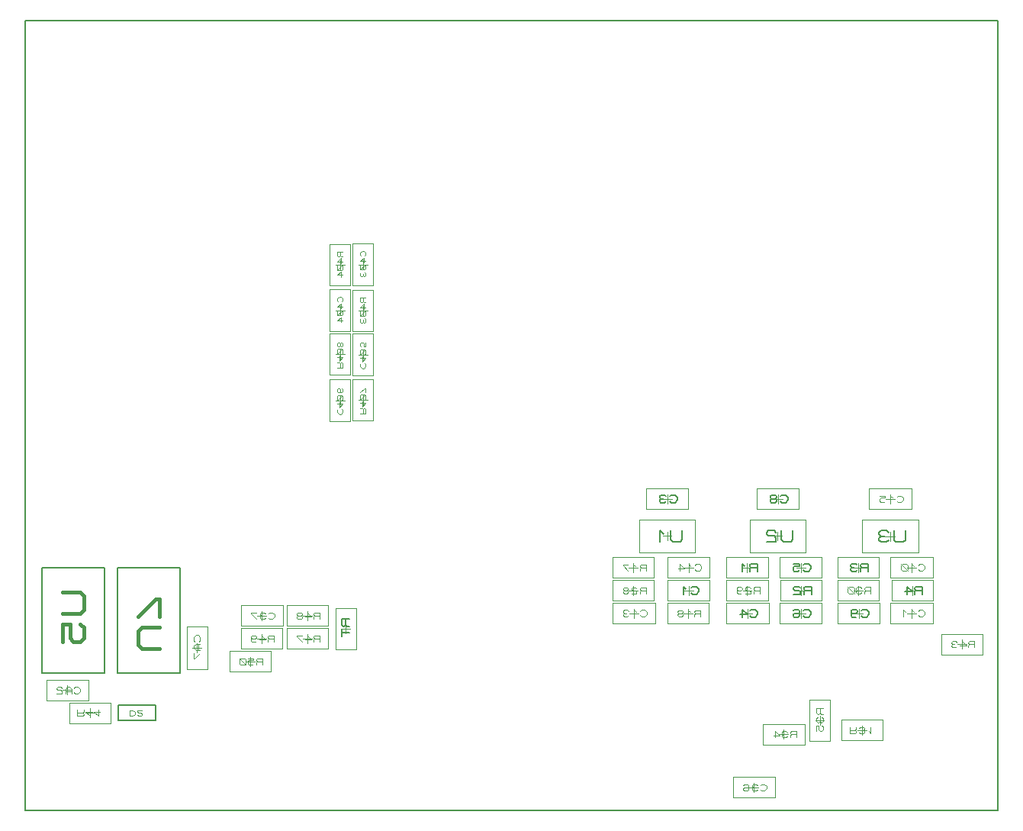
<source format=gbr>
G04 PROTEUS GERBER X2 FILE*
%TF.GenerationSoftware,Labcenter,Proteus,8.7-SP3-Build25561*%
%TF.CreationDate,2021-06-30T06:14:37+00:00*%
%TF.FileFunction,AssemblyDrawing,Bot*%
%TF.FilePolarity,Positive*%
%TF.Part,Single*%
%TF.SameCoordinates,{77f9167f-24a0-473a-9e88-04ab24b8f88e}*%
%FSLAX45Y45*%
%MOMM*%
G01*
%TA.AperFunction,Profile*%
%ADD41C,0.203200*%
%TA.AperFunction,Material*%
%ADD116C,0.050000*%
%ADD130C,0.095000*%
%ADD124C,0.093000*%
%ADD44C,0.203200*%
%ADD114C,0.389040*%
%ADD121C,0.118750*%
%ADD138C,0.208330*%
%ADD123C,0.141000*%
%ADD117C,0.116250*%
%ADD139C,0.100580*%
%TD.AperFunction*%
D41*
X-1079500Y-6413500D02*
X+9715500Y-6413500D01*
X+9715500Y+2349500D01*
X-1079500Y+2349500D01*
X-1079500Y-6413500D01*
D116*
X+2528000Y-631000D02*
X+2528000Y-1101000D01*
X+2298000Y-1101000D01*
X+2298000Y-631000D01*
X+2528000Y-631000D01*
X+2363000Y-866000D02*
X+2463000Y-866000D01*
X+2413000Y-916000D02*
X+2413000Y-816000D01*
D130*
X+2432000Y-771000D02*
X+2441500Y-761500D01*
X+2441500Y-733000D01*
X+2422500Y-714000D01*
X+2403500Y-714000D01*
X+2384500Y-733000D01*
X+2384500Y-761500D01*
X+2394000Y-771000D01*
X+2422500Y-847000D02*
X+2422500Y-790000D01*
X+2384500Y-828000D01*
X+2441500Y-828000D01*
X+2432000Y-866000D02*
X+2394000Y-866000D01*
X+2384500Y-875500D01*
X+2384500Y-913500D01*
X+2394000Y-923000D01*
X+2432000Y-923000D01*
X+2441500Y-913500D01*
X+2441500Y-875500D01*
X+2432000Y-866000D01*
X+2441500Y-866000D02*
X+2384500Y-923000D01*
X+2422500Y-999000D02*
X+2422500Y-942000D01*
X+2384500Y-980000D01*
X+2441500Y-980000D01*
D116*
X+2528000Y-133000D02*
X+2528000Y-593000D01*
X+2298000Y-593000D01*
X+2298000Y-133000D01*
X+2528000Y-133000D01*
X+2363000Y-363000D02*
X+2463000Y-363000D01*
X+2413000Y-413000D02*
X+2413000Y-313000D01*
D124*
X+2440900Y-214200D02*
X+2385100Y-214200D01*
X+2385100Y-260700D01*
X+2394400Y-270000D01*
X+2403700Y-270000D01*
X+2413000Y-260700D01*
X+2413000Y-214200D01*
X+2413000Y-260700D02*
X+2422300Y-270000D01*
X+2440900Y-270000D01*
X+2422300Y-344400D02*
X+2422300Y-288600D01*
X+2385100Y-325800D01*
X+2440900Y-325800D01*
X+2431600Y-363000D02*
X+2394400Y-363000D01*
X+2385100Y-372300D01*
X+2385100Y-409500D01*
X+2394400Y-418800D01*
X+2431600Y-418800D01*
X+2440900Y-409500D01*
X+2440900Y-372300D01*
X+2431600Y-363000D01*
X+2440900Y-363000D02*
X+2385100Y-418800D01*
X+2422300Y-493200D02*
X+2422300Y-437400D01*
X+2385100Y-474600D01*
X+2440900Y-474600D01*
D116*
X+2782000Y-123000D02*
X+2782000Y-593000D01*
X+2552000Y-593000D01*
X+2552000Y-123000D01*
X+2782000Y-123000D01*
X+2617000Y-358000D02*
X+2717000Y-358000D01*
X+2667000Y-408000D02*
X+2667000Y-308000D01*
D130*
X+2686000Y-263000D02*
X+2695500Y-253500D01*
X+2695500Y-225000D01*
X+2676500Y-206000D01*
X+2657500Y-206000D01*
X+2638500Y-225000D01*
X+2638500Y-253500D01*
X+2648000Y-263000D01*
X+2676500Y-339000D02*
X+2676500Y-282000D01*
X+2638500Y-320000D01*
X+2695500Y-320000D01*
X+2686000Y-358000D02*
X+2648000Y-358000D01*
X+2638500Y-367500D01*
X+2638500Y-405500D01*
X+2648000Y-415000D01*
X+2686000Y-415000D01*
X+2695500Y-405500D01*
X+2695500Y-367500D01*
X+2686000Y-358000D01*
X+2695500Y-358000D02*
X+2638500Y-415000D01*
X+2648000Y-443500D02*
X+2638500Y-453000D01*
X+2638500Y-481500D01*
X+2648000Y-491000D01*
X+2657500Y-491000D01*
X+2667000Y-481500D01*
X+2676500Y-491000D01*
X+2686000Y-491000D01*
X+2695500Y-481500D01*
X+2695500Y-453000D01*
X+2686000Y-443500D01*
X+2667000Y-462500D02*
X+2667000Y-481500D01*
D116*
X+2782000Y-641000D02*
X+2782000Y-1101000D01*
X+2552000Y-1101000D01*
X+2552000Y-641000D01*
X+2782000Y-641000D01*
X+2617000Y-871000D02*
X+2717000Y-871000D01*
X+2667000Y-921000D02*
X+2667000Y-821000D01*
D124*
X+2694900Y-722200D02*
X+2639100Y-722200D01*
X+2639100Y-768700D01*
X+2648400Y-778000D01*
X+2657700Y-778000D01*
X+2667000Y-768700D01*
X+2667000Y-722200D01*
X+2667000Y-768700D02*
X+2676300Y-778000D01*
X+2694900Y-778000D01*
X+2676300Y-852400D02*
X+2676300Y-796600D01*
X+2639100Y-833800D01*
X+2694900Y-833800D01*
X+2685600Y-871000D02*
X+2648400Y-871000D01*
X+2639100Y-880300D01*
X+2639100Y-917500D01*
X+2648400Y-926800D01*
X+2685600Y-926800D01*
X+2694900Y-917500D01*
X+2694900Y-880300D01*
X+2685600Y-871000D01*
X+2694900Y-871000D02*
X+2639100Y-926800D01*
X+2648400Y-954700D02*
X+2639100Y-964000D01*
X+2639100Y-991900D01*
X+2648400Y-1001200D01*
X+2657700Y-1001200D01*
X+2667000Y-991900D01*
X+2676300Y-1001200D01*
X+2685600Y-1001200D01*
X+2694900Y-991900D01*
X+2694900Y-964000D01*
X+2685600Y-954700D01*
X+2667000Y-973300D02*
X+2667000Y-991900D01*
D44*
X-895350Y-4889500D02*
X-196850Y-4889500D01*
X-196850Y-3722370D01*
X-895350Y-3722370D01*
X-895350Y-4889500D01*
D114*
X-662813Y-3994701D02*
X-468291Y-3994701D01*
X-429387Y-4033605D01*
X-429387Y-4189222D01*
X-468291Y-4228126D01*
X-662813Y-4228126D01*
X-662813Y-4539360D02*
X-662813Y-4344839D01*
X-585004Y-4344839D01*
X-585004Y-4500456D01*
X-546100Y-4539360D01*
X-468291Y-4539360D01*
X-429387Y-4500456D01*
X-429387Y-4383743D01*
X-468291Y-4344839D01*
D44*
X-57150Y-4889500D02*
X+641350Y-4889500D01*
X+641350Y-3722370D01*
X-57150Y-3722370D01*
X-57150Y-4889500D01*
D114*
X+408813Y-4617169D02*
X+214291Y-4617169D01*
X+175387Y-4578265D01*
X+175387Y-4422648D01*
X+214291Y-4383744D01*
X+408813Y-4383744D01*
X+408813Y-4267031D02*
X+408813Y-4072510D01*
X+369909Y-4072510D01*
X+175387Y-4267031D01*
D116*
X-377000Y-5195000D02*
X-847000Y-5195000D01*
X-847000Y-4965000D01*
X-377000Y-4965000D01*
X-377000Y-5195000D01*
X-612000Y-5030000D02*
X-612000Y-5130000D01*
X-662000Y-5080000D02*
X-562000Y-5080000D01*
D121*
X-540750Y-5103750D02*
X-528875Y-5115625D01*
X-493250Y-5115625D01*
X-469500Y-5091875D01*
X-469500Y-5068125D01*
X-493250Y-5044375D01*
X-528875Y-5044375D01*
X-540750Y-5056250D01*
X-564500Y-5115625D02*
X-564500Y-5068125D01*
X-588250Y-5044375D01*
X-612000Y-5044375D01*
X-635750Y-5068125D01*
X-635750Y-5115625D01*
X-564500Y-5091875D02*
X-635750Y-5091875D01*
X-671375Y-5056250D02*
X-683250Y-5044375D01*
X-718875Y-5044375D01*
X-730750Y-5056250D01*
X-730750Y-5068125D01*
X-718875Y-5080000D01*
X-683250Y-5080000D01*
X-671375Y-5091875D01*
X-671375Y-5115625D01*
X-730750Y-5115625D01*
D116*
X+710500Y-4847500D02*
X+710500Y-4377500D01*
X+940500Y-4377500D01*
X+940500Y-4847500D01*
X+710500Y-4847500D01*
X+875500Y-4612500D02*
X+775500Y-4612500D01*
X+825500Y-4562500D02*
X+825500Y-4662500D01*
D121*
X+849250Y-4541250D02*
X+861125Y-4529375D01*
X+861125Y-4493750D01*
X+837375Y-4470000D01*
X+813625Y-4470000D01*
X+789875Y-4493750D01*
X+789875Y-4529375D01*
X+801750Y-4541250D01*
X+861125Y-4565000D02*
X+813625Y-4565000D01*
X+789875Y-4588750D01*
X+789875Y-4612500D01*
X+813625Y-4636250D01*
X+861125Y-4636250D01*
X+837375Y-4565000D02*
X+837375Y-4636250D01*
X+789875Y-4671875D02*
X+789875Y-4731250D01*
X+801750Y-4731250D01*
X+861125Y-4671875D01*
D116*
X+2782000Y-1121500D02*
X+2782000Y-1591500D01*
X+2552000Y-1591500D01*
X+2552000Y-1121500D01*
X+2782000Y-1121500D01*
X+2617000Y-1356500D02*
X+2717000Y-1356500D01*
X+2667000Y-1406500D02*
X+2667000Y-1306500D01*
D130*
X+2648000Y-1451500D02*
X+2638500Y-1461000D01*
X+2638500Y-1489500D01*
X+2657500Y-1508500D01*
X+2676500Y-1508500D01*
X+2695500Y-1489500D01*
X+2695500Y-1461000D01*
X+2686000Y-1451500D01*
X+2657500Y-1375500D02*
X+2657500Y-1432500D01*
X+2695500Y-1394500D01*
X+2638500Y-1394500D01*
X+2648000Y-1356500D02*
X+2686000Y-1356500D01*
X+2695500Y-1347000D01*
X+2695500Y-1309000D01*
X+2686000Y-1299500D01*
X+2648000Y-1299500D01*
X+2638500Y-1309000D01*
X+2638500Y-1347000D01*
X+2648000Y-1356500D01*
X+2638500Y-1356500D02*
X+2695500Y-1299500D01*
X+2695500Y-1223500D02*
X+2695500Y-1271000D01*
X+2676500Y-1271000D01*
X+2676500Y-1233000D01*
X+2667000Y-1223500D01*
X+2648000Y-1223500D01*
X+2638500Y-1233000D01*
X+2638500Y-1261500D01*
X+2648000Y-1271000D01*
D116*
X+2528000Y-1629500D02*
X+2528000Y-2099500D01*
X+2298000Y-2099500D01*
X+2298000Y-1629500D01*
X+2528000Y-1629500D01*
X+2363000Y-1864500D02*
X+2463000Y-1864500D01*
X+2413000Y-1914500D02*
X+2413000Y-1814500D01*
D130*
X+2394000Y-1959500D02*
X+2384500Y-1969000D01*
X+2384500Y-1997500D01*
X+2403500Y-2016500D01*
X+2422500Y-2016500D01*
X+2441500Y-1997500D01*
X+2441500Y-1969000D01*
X+2432000Y-1959500D01*
X+2403500Y-1883500D02*
X+2403500Y-1940500D01*
X+2441500Y-1902500D01*
X+2384500Y-1902500D01*
X+2394000Y-1864500D02*
X+2432000Y-1864500D01*
X+2441500Y-1855000D01*
X+2441500Y-1817000D01*
X+2432000Y-1807500D01*
X+2394000Y-1807500D01*
X+2384500Y-1817000D01*
X+2384500Y-1855000D01*
X+2394000Y-1864500D01*
X+2384500Y-1864500D02*
X+2441500Y-1807500D01*
X+2432000Y-1731500D02*
X+2441500Y-1741000D01*
X+2441500Y-1769500D01*
X+2432000Y-1779000D01*
X+2394000Y-1779000D01*
X+2384500Y-1769500D01*
X+2384500Y-1741000D01*
X+2394000Y-1731500D01*
X+2403500Y-1731500D01*
X+2413000Y-1741000D01*
X+2413000Y-1779000D01*
D116*
X+2782000Y-1629500D02*
X+2782000Y-2089500D01*
X+2552000Y-2089500D01*
X+2552000Y-1629500D01*
X+2782000Y-1629500D01*
X+2617000Y-1859500D02*
X+2717000Y-1859500D01*
X+2667000Y-1909500D02*
X+2667000Y-1809500D01*
D124*
X+2639100Y-2008300D02*
X+2694900Y-2008300D01*
X+2694900Y-1961800D01*
X+2685600Y-1952500D01*
X+2676300Y-1952500D01*
X+2667000Y-1961800D01*
X+2667000Y-2008300D01*
X+2667000Y-1961800D02*
X+2657700Y-1952500D01*
X+2639100Y-1952500D01*
X+2657700Y-1878100D02*
X+2657700Y-1933900D01*
X+2694900Y-1896700D01*
X+2639100Y-1896700D01*
X+2648400Y-1859500D02*
X+2685600Y-1859500D01*
X+2694900Y-1850200D01*
X+2694900Y-1813000D01*
X+2685600Y-1803700D01*
X+2648400Y-1803700D01*
X+2639100Y-1813000D01*
X+2639100Y-1850200D01*
X+2648400Y-1859500D01*
X+2639100Y-1859500D02*
X+2694900Y-1803700D01*
X+2694900Y-1775800D02*
X+2694900Y-1729300D01*
X+2685600Y-1729300D01*
X+2639100Y-1775800D01*
D116*
X+2528000Y-1121500D02*
X+2528000Y-1581500D01*
X+2298000Y-1581500D01*
X+2298000Y-1121500D01*
X+2528000Y-1121500D01*
X+2363000Y-1351500D02*
X+2463000Y-1351500D01*
X+2413000Y-1401500D02*
X+2413000Y-1301500D01*
D124*
X+2385100Y-1500300D02*
X+2440900Y-1500300D01*
X+2440900Y-1453800D01*
X+2431600Y-1444500D01*
X+2422300Y-1444500D01*
X+2413000Y-1453800D01*
X+2413000Y-1500300D01*
X+2413000Y-1453800D02*
X+2403700Y-1444500D01*
X+2385100Y-1444500D01*
X+2403700Y-1370100D02*
X+2403700Y-1425900D01*
X+2440900Y-1388700D01*
X+2385100Y-1388700D01*
X+2394400Y-1351500D02*
X+2431600Y-1351500D01*
X+2440900Y-1342200D01*
X+2440900Y-1305000D01*
X+2431600Y-1295700D01*
X+2394400Y-1295700D01*
X+2385100Y-1305000D01*
X+2385100Y-1342200D01*
X+2394400Y-1351500D01*
X+2385100Y-1351500D02*
X+2440900Y-1295700D01*
X+2413000Y-1258500D02*
X+2422300Y-1267800D01*
X+2431600Y-1267800D01*
X+2440900Y-1258500D01*
X+2440900Y-1230600D01*
X+2431600Y-1221300D01*
X+2422300Y-1221300D01*
X+2413000Y-1230600D01*
X+2413000Y-1258500D01*
X+2403700Y-1267800D01*
X+2394400Y-1267800D01*
X+2385100Y-1258500D01*
X+2385100Y-1230600D01*
X+2394400Y-1221300D01*
X+2403700Y-1221300D01*
X+2413000Y-1230600D01*
D116*
X+6354000Y-3550902D02*
X+5734000Y-3550902D01*
X+5734000Y-3190902D01*
X+6354000Y-3190902D01*
X+6354000Y-3550902D01*
X+6044000Y-3320902D02*
X+6044000Y-3420902D01*
X+5994000Y-3370902D02*
X+6094000Y-3370902D01*
D138*
X+6210666Y-3308402D02*
X+6210666Y-3412569D01*
X+6189833Y-3433402D01*
X+6106500Y-3433402D01*
X+6085667Y-3412569D01*
X+6085667Y-3308402D01*
X+6002334Y-3350069D02*
X+5960667Y-3308402D01*
X+5960667Y-3433402D01*
D116*
X+7581107Y-3550533D02*
X+6961107Y-3550533D01*
X+6961107Y-3190533D01*
X+7581107Y-3190533D01*
X+7581107Y-3550533D01*
X+7271107Y-3320533D02*
X+7271107Y-3420533D01*
X+7221107Y-3370533D02*
X+7321107Y-3370533D01*
D138*
X+7437773Y-3308033D02*
X+7437773Y-3412200D01*
X+7416940Y-3433033D01*
X+7333607Y-3433033D01*
X+7312774Y-3412200D01*
X+7312774Y-3308033D01*
X+7250274Y-3328866D02*
X+7229441Y-3308033D01*
X+7166941Y-3308033D01*
X+7146108Y-3328866D01*
X+7146108Y-3349700D01*
X+7166941Y-3370533D01*
X+7229441Y-3370533D01*
X+7250274Y-3391366D01*
X+7250274Y-3433033D01*
X+7146108Y-3433033D01*
D116*
X+8830869Y-3552033D02*
X+8210869Y-3552033D01*
X+8210869Y-3192033D01*
X+8830869Y-3192033D01*
X+8830869Y-3552033D01*
X+8520869Y-3322033D02*
X+8520869Y-3422033D01*
X+8470869Y-3372033D02*
X+8570869Y-3372033D01*
D138*
X+8687535Y-3309533D02*
X+8687535Y-3413700D01*
X+8666702Y-3434533D01*
X+8583369Y-3434533D01*
X+8562536Y-3413700D01*
X+8562536Y-3309533D01*
X+8500036Y-3330366D02*
X+8479203Y-3309533D01*
X+8416703Y-3309533D01*
X+8395870Y-3330366D01*
X+8395870Y-3351200D01*
X+8416703Y-3372033D01*
X+8395870Y-3392866D01*
X+8395870Y-3413700D01*
X+8416703Y-3434533D01*
X+8479203Y-3434533D01*
X+8500036Y-3413700D01*
X+8458370Y-3372033D02*
X+8416703Y-3372033D01*
D116*
X+6280500Y-3072402D02*
X+5810500Y-3072402D01*
X+5810500Y-2842402D01*
X+6280500Y-2842402D01*
X+6280500Y-3072402D01*
X+6045500Y-2907402D02*
X+6045500Y-3007402D01*
X+5995500Y-2957402D02*
X+6095500Y-2957402D01*
D123*
X+6073700Y-2985602D02*
X+6087800Y-2999702D01*
X+6130100Y-2999702D01*
X+6158300Y-2971502D01*
X+6158300Y-2943302D01*
X+6130100Y-2915102D01*
X+6087800Y-2915102D01*
X+6073700Y-2929202D01*
X+6031400Y-2929202D02*
X+6017300Y-2915102D01*
X+5975000Y-2915102D01*
X+5960900Y-2929202D01*
X+5960900Y-2943302D01*
X+5975000Y-2957402D01*
X+5960900Y-2971502D01*
X+5960900Y-2985602D01*
X+5975000Y-2999702D01*
X+6017300Y-2999702D01*
X+6031400Y-2985602D01*
X+6003200Y-2957402D02*
X+5975000Y-2957402D01*
D116*
X+7507607Y-3072033D02*
X+7037607Y-3072033D01*
X+7037607Y-2842033D01*
X+7507607Y-2842033D01*
X+7507607Y-3072033D01*
X+7272607Y-2907033D02*
X+7272607Y-3007033D01*
X+7222607Y-2957033D02*
X+7322607Y-2957033D01*
D123*
X+7300807Y-2985233D02*
X+7314907Y-2999333D01*
X+7357207Y-2999333D01*
X+7385407Y-2971133D01*
X+7385407Y-2942933D01*
X+7357207Y-2914733D01*
X+7314907Y-2914733D01*
X+7300807Y-2928833D01*
X+7244407Y-2957033D02*
X+7258507Y-2942933D01*
X+7258507Y-2928833D01*
X+7244407Y-2914733D01*
X+7202107Y-2914733D01*
X+7188007Y-2928833D01*
X+7188007Y-2942933D01*
X+7202107Y-2957033D01*
X+7244407Y-2957033D01*
X+7258507Y-2971133D01*
X+7258507Y-2985233D01*
X+7244407Y-2999333D01*
X+7202107Y-2999333D01*
X+7188007Y-2985233D01*
X+7188007Y-2971133D01*
X+7202107Y-2957033D01*
D116*
X+8757369Y-3073533D02*
X+8287369Y-3073533D01*
X+8287369Y-2843533D01*
X+8757369Y-2843533D01*
X+8757369Y-3073533D01*
X+8522369Y-2908533D02*
X+8522369Y-3008533D01*
X+8472369Y-2958533D02*
X+8572369Y-2958533D01*
D121*
X+8593619Y-2982283D02*
X+8605494Y-2994158D01*
X+8641119Y-2994158D01*
X+8664869Y-2970408D01*
X+8664869Y-2946658D01*
X+8641119Y-2922908D01*
X+8605494Y-2922908D01*
X+8593619Y-2934783D01*
X+8546119Y-2946658D02*
X+8522369Y-2922908D01*
X+8522369Y-2994158D01*
X+8403619Y-2922908D02*
X+8462994Y-2922908D01*
X+8462994Y-2946658D01*
X+8415494Y-2946658D01*
X+8403619Y-2958533D01*
X+8403619Y-2982283D01*
X+8415494Y-2994158D01*
X+8451119Y-2994158D01*
X+8462994Y-2982283D01*
D116*
X+6517000Y-3834402D02*
X+6047000Y-3834402D01*
X+6047000Y-3604402D01*
X+6517000Y-3604402D01*
X+6517000Y-3834402D01*
X+6282000Y-3669402D02*
X+6282000Y-3769402D01*
X+6232000Y-3719402D02*
X+6332000Y-3719402D01*
D121*
X+6353250Y-3743152D02*
X+6365125Y-3755027D01*
X+6400750Y-3755027D01*
X+6424500Y-3731277D01*
X+6424500Y-3707527D01*
X+6400750Y-3683777D01*
X+6365125Y-3683777D01*
X+6353250Y-3695652D01*
X+6305750Y-3707527D02*
X+6282000Y-3683777D01*
X+6282000Y-3755027D01*
X+6163250Y-3731277D02*
X+6234500Y-3731277D01*
X+6187000Y-3683777D01*
X+6187000Y-3755027D01*
D116*
X+7761607Y-3834033D02*
X+7291607Y-3834033D01*
X+7291607Y-3604033D01*
X+7761607Y-3604033D01*
X+7761607Y-3834033D01*
X+7526607Y-3669033D02*
X+7526607Y-3769033D01*
X+7476607Y-3719033D02*
X+7576607Y-3719033D01*
D123*
X+7554807Y-3747233D02*
X+7568907Y-3761333D01*
X+7611207Y-3761333D01*
X+7639407Y-3733133D01*
X+7639407Y-3704933D01*
X+7611207Y-3676733D01*
X+7568907Y-3676733D01*
X+7554807Y-3690833D01*
X+7442007Y-3676733D02*
X+7512507Y-3676733D01*
X+7512507Y-3704933D01*
X+7456107Y-3704933D01*
X+7442007Y-3719033D01*
X+7442007Y-3747233D01*
X+7456107Y-3761333D01*
X+7498407Y-3761333D01*
X+7512507Y-3747233D01*
D116*
X+8993869Y-3834033D02*
X+8523869Y-3834033D01*
X+8523869Y-3604033D01*
X+8993869Y-3604033D01*
X+8993869Y-3834033D01*
X+8758869Y-3669033D02*
X+8758869Y-3769033D01*
X+8708869Y-3719033D02*
X+8808869Y-3719033D01*
D121*
X+8830119Y-3742783D02*
X+8841994Y-3754658D01*
X+8877619Y-3754658D01*
X+8901369Y-3730908D01*
X+8901369Y-3707158D01*
X+8877619Y-3683408D01*
X+8841994Y-3683408D01*
X+8830119Y-3695283D01*
X+8782619Y-3707158D02*
X+8758869Y-3683408D01*
X+8758869Y-3754658D01*
X+8711369Y-3742783D02*
X+8711369Y-3695283D01*
X+8699494Y-3683408D01*
X+8651994Y-3683408D01*
X+8640119Y-3695283D01*
X+8640119Y-3742783D01*
X+8651994Y-3754658D01*
X+8699494Y-3754658D01*
X+8711369Y-3742783D01*
X+8711369Y-3754658D02*
X+8640119Y-3683408D01*
D116*
X+6517000Y-4088402D02*
X+6047000Y-4088402D01*
X+6047000Y-3858402D01*
X+6517000Y-3858402D01*
X+6517000Y-4088402D01*
X+6282000Y-3923402D02*
X+6282000Y-4023402D01*
X+6232000Y-3973402D02*
X+6332000Y-3973402D01*
D123*
X+6310200Y-4001602D02*
X+6324300Y-4015702D01*
X+6366600Y-4015702D01*
X+6394800Y-3987502D01*
X+6394800Y-3959302D01*
X+6366600Y-3931102D01*
X+6324300Y-3931102D01*
X+6310200Y-3945202D01*
X+6253800Y-3959302D02*
X+6225600Y-3931102D01*
X+6225600Y-4015702D01*
D116*
X+5909500Y-4342402D02*
X+5439500Y-4342402D01*
X+5439500Y-4112402D01*
X+5909500Y-4112402D01*
X+5909500Y-4342402D01*
X+5674500Y-4177402D02*
X+5674500Y-4277402D01*
X+5624500Y-4227402D02*
X+5724500Y-4227402D01*
D121*
X+5745750Y-4251152D02*
X+5757625Y-4263027D01*
X+5793250Y-4263027D01*
X+5817000Y-4239277D01*
X+5817000Y-4215527D01*
X+5793250Y-4191777D01*
X+5757625Y-4191777D01*
X+5745750Y-4203652D01*
X+5698250Y-4215527D02*
X+5674500Y-4191777D01*
X+5674500Y-4263027D01*
X+5615125Y-4203652D02*
X+5603250Y-4191777D01*
X+5567625Y-4191777D01*
X+5555750Y-4203652D01*
X+5555750Y-4215527D01*
X+5567625Y-4227402D01*
X+5555750Y-4239277D01*
X+5555750Y-4251152D01*
X+5567625Y-4263027D01*
X+5603250Y-4263027D01*
X+5615125Y-4251152D01*
X+5591375Y-4227402D02*
X+5567625Y-4227402D01*
D116*
X+5439500Y-3604402D02*
X+5899500Y-3604402D01*
X+5899500Y-3834402D01*
X+5439500Y-3834402D01*
X+5439500Y-3604402D01*
X+5669500Y-3769402D02*
X+5669500Y-3669402D01*
X+5719500Y-3719402D02*
X+5619500Y-3719402D01*
D117*
X+5809000Y-3754277D02*
X+5809000Y-3684527D01*
X+5750875Y-3684527D01*
X+5739250Y-3696152D01*
X+5739250Y-3707777D01*
X+5750875Y-3719402D01*
X+5809000Y-3719402D01*
X+5750875Y-3719402D02*
X+5739250Y-3731027D01*
X+5739250Y-3754277D01*
X+5692750Y-3707777D02*
X+5669500Y-3684527D01*
X+5669500Y-3754277D01*
X+5611375Y-3684527D02*
X+5553250Y-3684527D01*
X+5553250Y-3696152D01*
X+5611375Y-3754277D01*
D116*
X+6507000Y-4342402D02*
X+6047000Y-4342402D01*
X+6047000Y-4112402D01*
X+6507000Y-4112402D01*
X+6507000Y-4342402D01*
X+6277000Y-4177402D02*
X+6277000Y-4277402D01*
X+6227000Y-4227402D02*
X+6327000Y-4227402D01*
D117*
X+6416500Y-4262277D02*
X+6416500Y-4192527D01*
X+6358375Y-4192527D01*
X+6346750Y-4204152D01*
X+6346750Y-4215777D01*
X+6358375Y-4227402D01*
X+6416500Y-4227402D01*
X+6358375Y-4227402D02*
X+6346750Y-4239027D01*
X+6346750Y-4262277D01*
X+6300250Y-4215777D02*
X+6277000Y-4192527D01*
X+6277000Y-4262277D01*
X+6207250Y-4227402D02*
X+6218875Y-4215777D01*
X+6218875Y-4204152D01*
X+6207250Y-4192527D01*
X+6172375Y-4192527D01*
X+6160750Y-4204152D01*
X+6160750Y-4215777D01*
X+6172375Y-4227402D01*
X+6207250Y-4227402D01*
X+6218875Y-4239027D01*
X+6218875Y-4250652D01*
X+6207250Y-4262277D01*
X+6172375Y-4262277D01*
X+6160750Y-4250652D01*
X+6160750Y-4239027D01*
X+6172375Y-4227402D01*
D116*
X+5899500Y-4088402D02*
X+5439500Y-4088402D01*
X+5439500Y-3858402D01*
X+5899500Y-3858402D01*
X+5899500Y-4088402D01*
X+5669500Y-3923402D02*
X+5669500Y-4023402D01*
X+5619500Y-3973402D02*
X+5719500Y-3973402D01*
D117*
X+5809000Y-4008277D02*
X+5809000Y-3938527D01*
X+5750875Y-3938527D01*
X+5739250Y-3950152D01*
X+5739250Y-3961777D01*
X+5750875Y-3973402D01*
X+5809000Y-3973402D01*
X+5750875Y-3973402D02*
X+5739250Y-3985027D01*
X+5739250Y-4008277D01*
X+5704375Y-3950152D02*
X+5692750Y-3938527D01*
X+5657875Y-3938527D01*
X+5646250Y-3950152D01*
X+5646250Y-3961777D01*
X+5657875Y-3973402D01*
X+5692750Y-3973402D01*
X+5704375Y-3985027D01*
X+5704375Y-4008277D01*
X+5646250Y-4008277D01*
X+5599750Y-3973402D02*
X+5611375Y-3961777D01*
X+5611375Y-3950152D01*
X+5599750Y-3938527D01*
X+5564875Y-3938527D01*
X+5553250Y-3950152D01*
X+5553250Y-3961777D01*
X+5564875Y-3973402D01*
X+5599750Y-3973402D01*
X+5611375Y-3985027D01*
X+5611375Y-3996652D01*
X+5599750Y-4008277D01*
X+5564875Y-4008277D01*
X+5553250Y-3996652D01*
X+5553250Y-3985027D01*
X+5564875Y-3973402D01*
D116*
X+6702607Y-3604033D02*
X+7162607Y-3604033D01*
X+7162607Y-3834033D01*
X+6702607Y-3834033D01*
X+6702607Y-3604033D01*
X+6932607Y-3769033D02*
X+6932607Y-3669033D01*
X+6982607Y-3719033D02*
X+6882607Y-3719033D01*
D123*
X+7045407Y-3761333D02*
X+7045407Y-3676733D01*
X+6974907Y-3676733D01*
X+6960807Y-3690833D01*
X+6960807Y-3704933D01*
X+6974907Y-3719033D01*
X+7045407Y-3719033D01*
X+6974907Y-3719033D02*
X+6960807Y-3733133D01*
X+6960807Y-3761333D01*
X+6904407Y-3704933D02*
X+6876207Y-3676733D01*
X+6876207Y-3761333D01*
D116*
X+7761607Y-4088033D02*
X+7301607Y-4088033D01*
X+7301607Y-3858033D01*
X+7761607Y-3858033D01*
X+7761607Y-4088033D01*
X+7531607Y-3923033D02*
X+7531607Y-4023033D01*
X+7481607Y-3973033D02*
X+7581607Y-3973033D01*
D123*
X+7644407Y-4015333D02*
X+7644407Y-3930733D01*
X+7573907Y-3930733D01*
X+7559807Y-3944833D01*
X+7559807Y-3958933D01*
X+7573907Y-3973033D01*
X+7644407Y-3973033D01*
X+7573907Y-3973033D02*
X+7559807Y-3987133D01*
X+7559807Y-4015333D01*
X+7517507Y-3944833D02*
X+7503407Y-3930733D01*
X+7461107Y-3930733D01*
X+7447007Y-3944833D01*
X+7447007Y-3958933D01*
X+7461107Y-3973033D01*
X+7503407Y-3973033D01*
X+7517507Y-3987133D01*
X+7517507Y-4015333D01*
X+7447007Y-4015333D01*
D116*
X+7162607Y-4088033D02*
X+6702607Y-4088033D01*
X+6702607Y-3858033D01*
X+7162607Y-3858033D01*
X+7162607Y-4088033D01*
X+6932607Y-3923033D02*
X+6932607Y-4023033D01*
X+6882607Y-3973033D02*
X+6982607Y-3973033D01*
D117*
X+7072107Y-4007908D02*
X+7072107Y-3938158D01*
X+7013982Y-3938158D01*
X+7002357Y-3949783D01*
X+7002357Y-3961408D01*
X+7013982Y-3973033D01*
X+7072107Y-3973033D01*
X+7013982Y-3973033D02*
X+7002357Y-3984658D01*
X+7002357Y-4007908D01*
X+6967482Y-3949783D02*
X+6955857Y-3938158D01*
X+6920982Y-3938158D01*
X+6909357Y-3949783D01*
X+6909357Y-3961408D01*
X+6920982Y-3973033D01*
X+6955857Y-3973033D01*
X+6967482Y-3984658D01*
X+6967482Y-4007908D01*
X+6909357Y-4007908D01*
X+6816357Y-3961408D02*
X+6827982Y-3973033D01*
X+6862857Y-3973033D01*
X+6874482Y-3961408D01*
X+6874482Y-3949783D01*
X+6862857Y-3938158D01*
X+6827982Y-3938158D01*
X+6816357Y-3949783D01*
X+6816357Y-3996283D01*
X+6827982Y-4007908D01*
X+6862857Y-4007908D01*
D116*
X+7934869Y-3604033D02*
X+8394869Y-3604033D01*
X+8394869Y-3834033D01*
X+7934869Y-3834033D01*
X+7934869Y-3604033D01*
X+8164869Y-3769033D02*
X+8164869Y-3669033D01*
X+8214869Y-3719033D02*
X+8114869Y-3719033D01*
D123*
X+8277669Y-3761333D02*
X+8277669Y-3676733D01*
X+8207169Y-3676733D01*
X+8193069Y-3690833D01*
X+8193069Y-3704933D01*
X+8207169Y-3719033D01*
X+8277669Y-3719033D01*
X+8207169Y-3719033D02*
X+8193069Y-3733133D01*
X+8193069Y-3761333D01*
X+8150769Y-3690833D02*
X+8136669Y-3676733D01*
X+8094369Y-3676733D01*
X+8080269Y-3690833D01*
X+8080269Y-3704933D01*
X+8094369Y-3719033D01*
X+8080269Y-3733133D01*
X+8080269Y-3747233D01*
X+8094369Y-3761333D01*
X+8136669Y-3761333D01*
X+8150769Y-3747233D01*
X+8122569Y-3719033D02*
X+8094369Y-3719033D01*
D116*
X+8993869Y-4088033D02*
X+8533869Y-4088033D01*
X+8533869Y-3858033D01*
X+8993869Y-3858033D01*
X+8993869Y-4088033D01*
X+8763869Y-3923033D02*
X+8763869Y-4023033D01*
X+8713869Y-3973033D02*
X+8813869Y-3973033D01*
D123*
X+8876669Y-4015333D02*
X+8876669Y-3930733D01*
X+8806169Y-3930733D01*
X+8792069Y-3944833D01*
X+8792069Y-3958933D01*
X+8806169Y-3973033D01*
X+8876669Y-3973033D01*
X+8806169Y-3973033D02*
X+8792069Y-3987133D01*
X+8792069Y-4015333D01*
X+8679269Y-3987133D02*
X+8763869Y-3987133D01*
X+8707469Y-3930733D01*
X+8707469Y-4015333D01*
D116*
X+8394869Y-4088033D02*
X+7934869Y-4088033D01*
X+7934869Y-3858033D01*
X+8394869Y-3858033D01*
X+8394869Y-4088033D01*
X+8164869Y-3923033D02*
X+8164869Y-4023033D01*
X+8114869Y-3973033D02*
X+8214869Y-3973033D01*
D117*
X+8304369Y-4007908D02*
X+8304369Y-3938158D01*
X+8246244Y-3938158D01*
X+8234619Y-3949783D01*
X+8234619Y-3961408D01*
X+8246244Y-3973033D01*
X+8304369Y-3973033D01*
X+8246244Y-3973033D02*
X+8234619Y-3984658D01*
X+8234619Y-4007908D01*
X+8199744Y-3949783D02*
X+8188119Y-3938158D01*
X+8153244Y-3938158D01*
X+8141619Y-3949783D01*
X+8141619Y-3961408D01*
X+8153244Y-3973033D01*
X+8141619Y-3984658D01*
X+8141619Y-3996283D01*
X+8153244Y-4007908D01*
X+8188119Y-4007908D01*
X+8199744Y-3996283D01*
X+8176494Y-3973033D02*
X+8153244Y-3973033D01*
X+8118369Y-3996283D02*
X+8118369Y-3949783D01*
X+8106744Y-3938158D01*
X+8060244Y-3938158D01*
X+8048619Y-3949783D01*
X+8048619Y-3996283D01*
X+8060244Y-4007908D01*
X+8106744Y-4007908D01*
X+8118369Y-3996283D01*
X+8118369Y-4007908D02*
X+8048619Y-3938158D01*
D116*
X+7172607Y-4342033D02*
X+6702607Y-4342033D01*
X+6702607Y-4112033D01*
X+7172607Y-4112033D01*
X+7172607Y-4342033D01*
X+6937607Y-4177033D02*
X+6937607Y-4277033D01*
X+6887607Y-4227033D02*
X+6987607Y-4227033D01*
D123*
X+6965807Y-4255233D02*
X+6979907Y-4269333D01*
X+7022207Y-4269333D01*
X+7050407Y-4241133D01*
X+7050407Y-4212933D01*
X+7022207Y-4184733D01*
X+6979907Y-4184733D01*
X+6965807Y-4198833D01*
X+6853007Y-4241133D02*
X+6937607Y-4241133D01*
X+6881207Y-4184733D01*
X+6881207Y-4269333D01*
D116*
X+7761607Y-4342033D02*
X+7291607Y-4342033D01*
X+7291607Y-4112033D01*
X+7761607Y-4112033D01*
X+7761607Y-4342033D01*
X+7526607Y-4177033D02*
X+7526607Y-4277033D01*
X+7476607Y-4227033D02*
X+7576607Y-4227033D01*
D123*
X+7554807Y-4255233D02*
X+7568907Y-4269333D01*
X+7611207Y-4269333D01*
X+7639407Y-4241133D01*
X+7639407Y-4212933D01*
X+7611207Y-4184733D01*
X+7568907Y-4184733D01*
X+7554807Y-4198833D01*
X+7442007Y-4198833D02*
X+7456107Y-4184733D01*
X+7498407Y-4184733D01*
X+7512507Y-4198833D01*
X+7512507Y-4255233D01*
X+7498407Y-4269333D01*
X+7456107Y-4269333D01*
X+7442007Y-4255233D01*
X+7442007Y-4241133D01*
X+7456107Y-4227033D01*
X+7512507Y-4227033D01*
D116*
X+8404869Y-4342033D02*
X+7934869Y-4342033D01*
X+7934869Y-4112033D01*
X+8404869Y-4112033D01*
X+8404869Y-4342033D01*
X+8169869Y-4177033D02*
X+8169869Y-4277033D01*
X+8119869Y-4227033D02*
X+8219869Y-4227033D01*
D123*
X+8198069Y-4255233D02*
X+8212169Y-4269333D01*
X+8254469Y-4269333D01*
X+8282669Y-4241133D01*
X+8282669Y-4212933D01*
X+8254469Y-4184733D01*
X+8212169Y-4184733D01*
X+8198069Y-4198833D01*
X+8085269Y-4212933D02*
X+8099369Y-4227033D01*
X+8141669Y-4227033D01*
X+8155769Y-4212933D01*
X+8155769Y-4198833D01*
X+8141669Y-4184733D01*
X+8099369Y-4184733D01*
X+8085269Y-4198833D01*
X+8085269Y-4255233D01*
X+8099369Y-4269333D01*
X+8141669Y-4269333D01*
D116*
X+8993869Y-4342033D02*
X+8523869Y-4342033D01*
X+8523869Y-4112033D01*
X+8993869Y-4112033D01*
X+8993869Y-4342033D01*
X+8758869Y-4177033D02*
X+8758869Y-4277033D01*
X+8708869Y-4227033D02*
X+8808869Y-4227033D01*
D121*
X+8830119Y-4250783D02*
X+8841994Y-4262658D01*
X+8877619Y-4262658D01*
X+8901369Y-4238908D01*
X+8901369Y-4215158D01*
X+8877619Y-4191408D01*
X+8841994Y-4191408D01*
X+8830119Y-4203283D01*
X+8782619Y-4215158D02*
X+8758869Y-4191408D01*
X+8758869Y-4262658D01*
X+8687619Y-4215158D02*
X+8663869Y-4191408D01*
X+8663869Y-4262658D01*
D116*
X+7243000Y-6274500D02*
X+6773000Y-6274500D01*
X+6773000Y-6044500D01*
X+7243000Y-6044500D01*
X+7243000Y-6274500D01*
X+7008000Y-6109500D02*
X+7008000Y-6209500D01*
X+6958000Y-6159500D02*
X+7058000Y-6159500D01*
D121*
X+7079250Y-6183250D02*
X+7091125Y-6195125D01*
X+7126750Y-6195125D01*
X+7150500Y-6171375D01*
X+7150500Y-6147625D01*
X+7126750Y-6123875D01*
X+7091125Y-6123875D01*
X+7079250Y-6135750D01*
X+7043625Y-6135750D02*
X+7031750Y-6123875D01*
X+6996125Y-6123875D01*
X+6984250Y-6135750D01*
X+6984250Y-6147625D01*
X+6996125Y-6159500D01*
X+6984250Y-6171375D01*
X+6984250Y-6183250D01*
X+6996125Y-6195125D01*
X+7031750Y-6195125D01*
X+7043625Y-6183250D01*
X+7019875Y-6159500D02*
X+6996125Y-6159500D01*
X+6889250Y-6135750D02*
X+6901125Y-6123875D01*
X+6936750Y-6123875D01*
X+6948625Y-6135750D01*
X+6948625Y-6183250D01*
X+6936750Y-6195125D01*
X+6901125Y-6195125D01*
X+6889250Y-6183250D01*
X+6889250Y-6171375D01*
X+6901125Y-6159500D01*
X+6948625Y-6159500D01*
D116*
X+1782000Y-4369500D02*
X+1312000Y-4369500D01*
X+1312000Y-4139500D01*
X+1782000Y-4139500D01*
X+1782000Y-4369500D01*
X+1547000Y-4204500D02*
X+1547000Y-4304500D01*
X+1497000Y-4254500D02*
X+1597000Y-4254500D01*
D121*
X+1618250Y-4278250D02*
X+1630125Y-4290125D01*
X+1665750Y-4290125D01*
X+1689500Y-4266375D01*
X+1689500Y-4242625D01*
X+1665750Y-4218875D01*
X+1630125Y-4218875D01*
X+1618250Y-4230750D01*
X+1582625Y-4230750D02*
X+1570750Y-4218875D01*
X+1535125Y-4218875D01*
X+1523250Y-4230750D01*
X+1523250Y-4242625D01*
X+1535125Y-4254500D01*
X+1523250Y-4266375D01*
X+1523250Y-4278250D01*
X+1535125Y-4290125D01*
X+1570750Y-4290125D01*
X+1582625Y-4278250D01*
X+1558875Y-4254500D02*
X+1535125Y-4254500D01*
X+1487625Y-4218875D02*
X+1428250Y-4218875D01*
X+1428250Y-4230750D01*
X+1487625Y-4290125D01*
D44*
X-50800Y-5417820D02*
X+365760Y-5417820D01*
X+365760Y-5250180D01*
X-50800Y-5250180D01*
X-50800Y-5417820D01*
D139*
X+77013Y-5303824D02*
X+77013Y-5364175D01*
X+117246Y-5364175D01*
X+137363Y-5344058D01*
X+137363Y-5323941D01*
X+117246Y-5303824D01*
X+77013Y-5303824D01*
X+167538Y-5354116D02*
X+177596Y-5364175D01*
X+207771Y-5364175D01*
X+217830Y-5354116D01*
X+217830Y-5344058D01*
X+207771Y-5334000D01*
X+177596Y-5334000D01*
X+167538Y-5323941D01*
X+167538Y-5303824D01*
X+217830Y-5303824D01*
D116*
X+7979500Y-5409500D02*
X+8439500Y-5409500D01*
X+8439500Y-5639500D01*
X+7979500Y-5639500D01*
X+7979500Y-5409500D01*
X+8209500Y-5574500D02*
X+8209500Y-5474500D01*
X+8259500Y-5524500D02*
X+8159500Y-5524500D01*
D117*
X+8070000Y-5489625D02*
X+8070000Y-5559375D01*
X+8128125Y-5559375D01*
X+8139750Y-5547750D01*
X+8139750Y-5536125D01*
X+8128125Y-5524500D01*
X+8070000Y-5524500D01*
X+8128125Y-5524500D02*
X+8139750Y-5512875D01*
X+8139750Y-5489625D01*
X+8174625Y-5547750D02*
X+8186250Y-5559375D01*
X+8221125Y-5559375D01*
X+8232750Y-5547750D01*
X+8232750Y-5536125D01*
X+8221125Y-5524500D01*
X+8232750Y-5512875D01*
X+8232750Y-5501250D01*
X+8221125Y-5489625D01*
X+8186250Y-5489625D01*
X+8174625Y-5501250D01*
X+8197875Y-5524500D02*
X+8221125Y-5524500D01*
X+8279250Y-5536125D02*
X+8302500Y-5559375D01*
X+8302500Y-5489625D01*
D116*
X+7108500Y-5455499D02*
X+7568500Y-5455499D01*
X+7568500Y-5685499D01*
X+7108500Y-5685499D01*
X+7108500Y-5455499D01*
X+7338500Y-5620499D02*
X+7338500Y-5520499D01*
X+7388500Y-5570499D02*
X+7288500Y-5570499D01*
D117*
X+7478000Y-5605374D02*
X+7478000Y-5535624D01*
X+7419875Y-5535624D01*
X+7408250Y-5547249D01*
X+7408250Y-5558874D01*
X+7419875Y-5570499D01*
X+7478000Y-5570499D01*
X+7419875Y-5570499D02*
X+7408250Y-5582124D01*
X+7408250Y-5605374D01*
X+7373375Y-5547249D02*
X+7361750Y-5535624D01*
X+7326875Y-5535624D01*
X+7315250Y-5547249D01*
X+7315250Y-5558874D01*
X+7326875Y-5570499D01*
X+7315250Y-5582124D01*
X+7315250Y-5593749D01*
X+7326875Y-5605374D01*
X+7361750Y-5605374D01*
X+7373375Y-5593749D01*
X+7350125Y-5570499D02*
X+7326875Y-5570499D01*
X+7222250Y-5582124D02*
X+7292000Y-5582124D01*
X+7245500Y-5535624D01*
X+7245500Y-5605374D01*
D116*
X+7622500Y-5645500D02*
X+7622500Y-5185500D01*
X+7852500Y-5185500D01*
X+7852500Y-5645500D01*
X+7622500Y-5645500D01*
X+7787500Y-5415500D02*
X+7687500Y-5415500D01*
X+7737500Y-5365500D02*
X+7737500Y-5465500D01*
D117*
X+7772375Y-5276000D02*
X+7702625Y-5276000D01*
X+7702625Y-5334125D01*
X+7714250Y-5345750D01*
X+7725875Y-5345750D01*
X+7737500Y-5334125D01*
X+7737500Y-5276000D01*
X+7737500Y-5334125D02*
X+7749125Y-5345750D01*
X+7772375Y-5345750D01*
X+7714250Y-5380625D02*
X+7702625Y-5392250D01*
X+7702625Y-5427125D01*
X+7714250Y-5438750D01*
X+7725875Y-5438750D01*
X+7737500Y-5427125D01*
X+7749125Y-5438750D01*
X+7760750Y-5438750D01*
X+7772375Y-5427125D01*
X+7772375Y-5392250D01*
X+7760750Y-5380625D01*
X+7737500Y-5403875D02*
X+7737500Y-5427125D01*
X+7702625Y-5531750D02*
X+7702625Y-5473625D01*
X+7725875Y-5473625D01*
X+7725875Y-5520125D01*
X+7737500Y-5531750D01*
X+7760750Y-5531750D01*
X+7772375Y-5520125D01*
X+7772375Y-5485250D01*
X+7760750Y-5473625D01*
D116*
X+9086500Y-4457000D02*
X+9546500Y-4457000D01*
X+9546500Y-4687000D01*
X+9086500Y-4687000D01*
X+9086500Y-4457000D01*
X+9316500Y-4622000D02*
X+9316500Y-4522000D01*
X+9366500Y-4572000D02*
X+9266500Y-4572000D01*
D117*
X+9456000Y-4606875D02*
X+9456000Y-4537125D01*
X+9397875Y-4537125D01*
X+9386250Y-4548750D01*
X+9386250Y-4560375D01*
X+9397875Y-4572000D01*
X+9456000Y-4572000D01*
X+9397875Y-4572000D02*
X+9386250Y-4583625D01*
X+9386250Y-4606875D01*
X+9293250Y-4583625D02*
X+9363000Y-4583625D01*
X+9316500Y-4537125D01*
X+9316500Y-4606875D01*
X+9258375Y-4548750D02*
X+9246750Y-4537125D01*
X+9211875Y-4537125D01*
X+9200250Y-4548750D01*
X+9200250Y-4560375D01*
X+9211875Y-4572000D01*
X+9200250Y-4583625D01*
X+9200250Y-4595250D01*
X+9211875Y-4606875D01*
X+9246750Y-4606875D01*
X+9258375Y-4595250D01*
X+9235125Y-4572000D02*
X+9211875Y-4572000D01*
D116*
X-133000Y-5449000D02*
X-593000Y-5449000D01*
X-593000Y-5219000D01*
X-133000Y-5219000D01*
X-133000Y-5449000D01*
X-363000Y-5284000D02*
X-363000Y-5384000D01*
X-413000Y-5334000D02*
X-313000Y-5334000D01*
D117*
X-502500Y-5299125D02*
X-502500Y-5368875D01*
X-444375Y-5368875D01*
X-432750Y-5357250D01*
X-432750Y-5345625D01*
X-444375Y-5334000D01*
X-502500Y-5334000D01*
X-444375Y-5334000D02*
X-432750Y-5322375D01*
X-432750Y-5299125D01*
X-339750Y-5322375D02*
X-409500Y-5322375D01*
X-363000Y-5368875D01*
X-363000Y-5299125D01*
X-246750Y-5322375D02*
X-316500Y-5322375D01*
X-270000Y-5368875D01*
X-270000Y-5299125D01*
D116*
X+1820000Y-4393500D02*
X+2280000Y-4393500D01*
X+2280000Y-4623500D01*
X+1820000Y-4623500D01*
X+1820000Y-4393500D01*
X+2050000Y-4558500D02*
X+2050000Y-4458500D01*
X+2100000Y-4508500D02*
X+2000000Y-4508500D01*
D117*
X+2189500Y-4543375D02*
X+2189500Y-4473625D01*
X+2131375Y-4473625D01*
X+2119750Y-4485250D01*
X+2119750Y-4496875D01*
X+2131375Y-4508500D01*
X+2189500Y-4508500D01*
X+2131375Y-4508500D02*
X+2119750Y-4520125D01*
X+2119750Y-4543375D01*
X+2026750Y-4520125D02*
X+2096500Y-4520125D01*
X+2050000Y-4473625D01*
X+2050000Y-4543375D01*
X+1991875Y-4473625D02*
X+1933750Y-4473625D01*
X+1933750Y-4485250D01*
X+1991875Y-4543375D01*
D116*
X+1820000Y-4139500D02*
X+2280000Y-4139500D01*
X+2280000Y-4369500D01*
X+1820000Y-4369500D01*
X+1820000Y-4139500D01*
X+2050000Y-4304500D02*
X+2050000Y-4204500D01*
X+2100000Y-4254500D02*
X+2000000Y-4254500D01*
D117*
X+2189500Y-4289375D02*
X+2189500Y-4219625D01*
X+2131375Y-4219625D01*
X+2119750Y-4231250D01*
X+2119750Y-4242875D01*
X+2131375Y-4254500D01*
X+2189500Y-4254500D01*
X+2131375Y-4254500D02*
X+2119750Y-4266125D01*
X+2119750Y-4289375D01*
X+2026750Y-4266125D02*
X+2096500Y-4266125D01*
X+2050000Y-4219625D01*
X+2050000Y-4289375D01*
X+1980250Y-4254500D02*
X+1991875Y-4242875D01*
X+1991875Y-4231250D01*
X+1980250Y-4219625D01*
X+1945375Y-4219625D01*
X+1933750Y-4231250D01*
X+1933750Y-4242875D01*
X+1945375Y-4254500D01*
X+1980250Y-4254500D01*
X+1991875Y-4266125D01*
X+1991875Y-4277750D01*
X+1980250Y-4289375D01*
X+1945375Y-4289375D01*
X+1933750Y-4277750D01*
X+1933750Y-4266125D01*
X+1945375Y-4254500D01*
D116*
X+1312000Y-4393500D02*
X+1772000Y-4393500D01*
X+1772000Y-4623500D01*
X+1312000Y-4623500D01*
X+1312000Y-4393500D01*
X+1542000Y-4558500D02*
X+1542000Y-4458500D01*
X+1592000Y-4508500D02*
X+1492000Y-4508500D01*
D117*
X+1681500Y-4543375D02*
X+1681500Y-4473625D01*
X+1623375Y-4473625D01*
X+1611750Y-4485250D01*
X+1611750Y-4496875D01*
X+1623375Y-4508500D01*
X+1681500Y-4508500D01*
X+1623375Y-4508500D02*
X+1611750Y-4520125D01*
X+1611750Y-4543375D01*
X+1518750Y-4520125D02*
X+1588500Y-4520125D01*
X+1542000Y-4473625D01*
X+1542000Y-4543375D01*
X+1425750Y-4496875D02*
X+1437375Y-4508500D01*
X+1472250Y-4508500D01*
X+1483875Y-4496875D01*
X+1483875Y-4485250D01*
X+1472250Y-4473625D01*
X+1437375Y-4473625D01*
X+1425750Y-4485250D01*
X+1425750Y-4531750D01*
X+1437375Y-4543375D01*
X+1472250Y-4543375D01*
D116*
X+1645000Y-4877500D02*
X+1185000Y-4877500D01*
X+1185000Y-4647500D01*
X+1645000Y-4647500D01*
X+1645000Y-4877500D01*
X+1415000Y-4712500D02*
X+1415000Y-4812500D01*
X+1365000Y-4762500D02*
X+1465000Y-4762500D01*
D117*
X+1554500Y-4797375D02*
X+1554500Y-4727625D01*
X+1496375Y-4727625D01*
X+1484750Y-4739250D01*
X+1484750Y-4750875D01*
X+1496375Y-4762500D01*
X+1554500Y-4762500D01*
X+1496375Y-4762500D02*
X+1484750Y-4774125D01*
X+1484750Y-4797375D01*
X+1391750Y-4727625D02*
X+1449875Y-4727625D01*
X+1449875Y-4750875D01*
X+1403375Y-4750875D01*
X+1391750Y-4762500D01*
X+1391750Y-4785750D01*
X+1403375Y-4797375D01*
X+1438250Y-4797375D01*
X+1449875Y-4785750D01*
X+1368500Y-4785750D02*
X+1368500Y-4739250D01*
X+1356875Y-4727625D01*
X+1310375Y-4727625D01*
X+1298750Y-4739250D01*
X+1298750Y-4785750D01*
X+1310375Y-4797375D01*
X+1356875Y-4797375D01*
X+1368500Y-4785750D01*
X+1368500Y-4797375D02*
X+1298750Y-4727625D01*
D116*
X+2361500Y-4629500D02*
X+2361500Y-4169500D01*
X+2591500Y-4169500D01*
X+2591500Y-4629500D01*
X+2361500Y-4629500D01*
X+2526500Y-4399500D02*
X+2426500Y-4399500D01*
X+2476500Y-4349500D02*
X+2476500Y-4449500D01*
D123*
X+2518800Y-4286700D02*
X+2434200Y-4286700D01*
X+2434200Y-4357200D01*
X+2448300Y-4371300D01*
X+2462400Y-4371300D01*
X+2476500Y-4357200D01*
X+2476500Y-4286700D01*
X+2476500Y-4357200D02*
X+2490600Y-4371300D01*
X+2518800Y-4371300D01*
X+2434200Y-4399500D02*
X+2434200Y-4484100D01*
X+2434200Y-4441800D02*
X+2518800Y-4441800D01*
M02*

</source>
